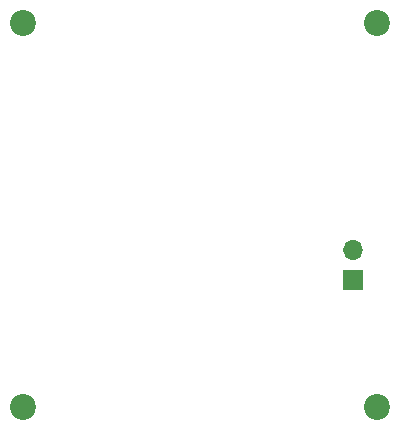
<source format=gbr>
%TF.GenerationSoftware,KiCad,Pcbnew,7.0.8*%
%TF.CreationDate,2024-09-28T20:52:04-07:00*%
%TF.ProjectId,proves_pcb_challenge,70726f76-6573-45f7-9063-625f6368616c,rev?*%
%TF.SameCoordinates,Original*%
%TF.FileFunction,Soldermask,Bot*%
%TF.FilePolarity,Negative*%
%FSLAX46Y46*%
G04 Gerber Fmt 4.6, Leading zero omitted, Abs format (unit mm)*
G04 Created by KiCad (PCBNEW 7.0.8) date 2024-09-28 20:52:04*
%MOMM*%
%LPD*%
G01*
G04 APERTURE LIST*
%ADD10C,2.200000*%
%ADD11R,1.700000X1.700000*%
%ADD12O,1.700000X1.700000*%
G04 APERTURE END LIST*
D10*
%TO.C,H2*%
X150000000Y-80000000D03*
%TD*%
%TO.C,H1*%
X120000000Y-80000000D03*
%TD*%
D11*
%TO.C,J3*%
X148000000Y-101740000D03*
D12*
X148000000Y-99200000D03*
%TD*%
D10*
%TO.C,H4*%
X150000000Y-112500000D03*
%TD*%
%TO.C,H3*%
X120000000Y-112500000D03*
%TD*%
M02*

</source>
